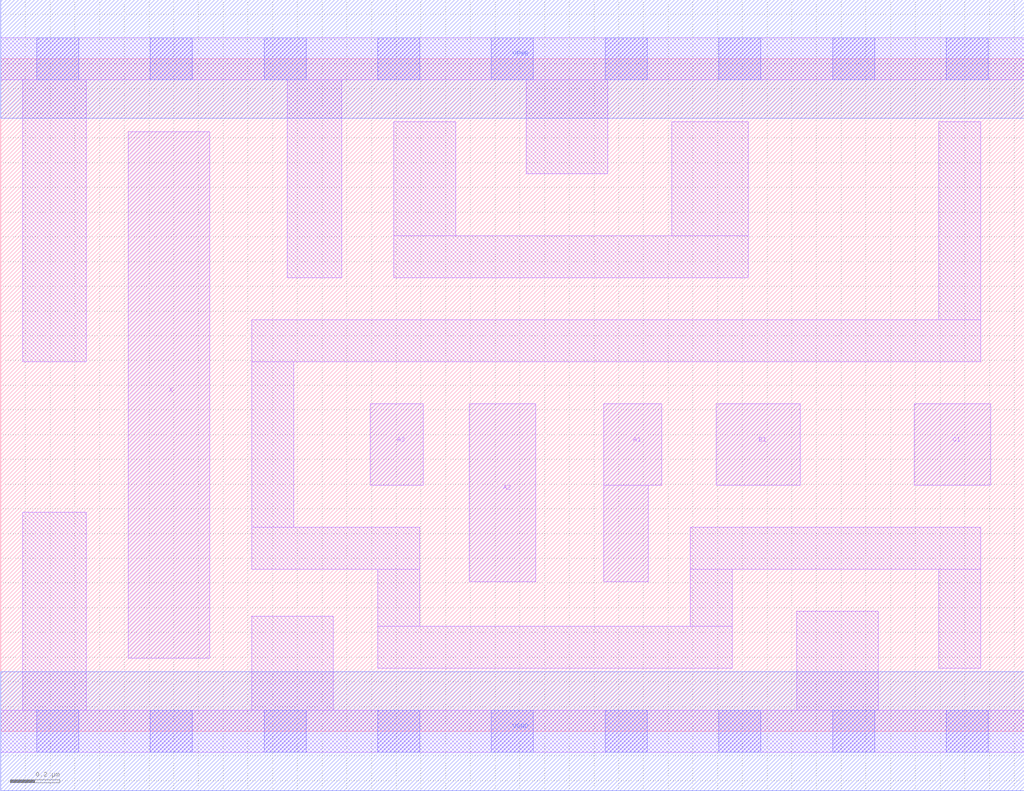
<source format=lef>
# Copyright 2020 The SkyWater PDK Authors
#
# Licensed under the Apache License, Version 2.0 (the "License");
# you may not use this file except in compliance with the License.
# You may obtain a copy of the License at
#
#     https://www.apache.org/licenses/LICENSE-2.0
#
# Unless required by applicable law or agreed to in writing, software
# distributed under the License is distributed on an "AS IS" BASIS,
# WITHOUT WARRANTIES OR CONDITIONS OF ANY KIND, either express or implied.
# See the License for the specific language governing permissions and
# limitations under the License.
#
# SPDX-License-Identifier: Apache-2.0

VERSION 5.7 ;
  NAMESCASESENSITIVE ON ;
  NOWIREEXTENSIONATPIN ON ;
  DIVIDERCHAR "/" ;
  BUSBITCHARS "[]" ;
UNITS
  DATABASE MICRONS 200 ;
END UNITS
MACRO sky130_fd_sc_hd__a311o_2
  CLASS CORE ;
  FOREIGN sky130_fd_sc_hd__a311o_2 ;
  ORIGIN  0.000000  0.000000 ;
  SIZE  4.140000 BY  2.720000 ;
  SYMMETRY X Y R90 ;
  SITE unithd ;
  PIN A1
    ANTENNAGATEAREA  0.247500 ;
    DIRECTION INPUT ;
    USE SIGNAL ;
    PORT
      LAYER li1 ;
        RECT 2.440000 0.605000 2.620000 0.995000 ;
        RECT 2.440000 0.995000 2.675000 1.325000 ;
    END
  END A1
  PIN A2
    ANTENNAGATEAREA  0.247500 ;
    DIRECTION INPUT ;
    USE SIGNAL ;
    PORT
      LAYER li1 ;
        RECT 1.895000 0.605000 2.165000 1.325000 ;
    END
  END A2
  PIN A3
    ANTENNAGATEAREA  0.247500 ;
    DIRECTION INPUT ;
    USE SIGNAL ;
    PORT
      LAYER li1 ;
        RECT 1.495000 0.995000 1.710000 1.325000 ;
    END
  END A3
  PIN B1
    ANTENNAGATEAREA  0.247500 ;
    DIRECTION INPUT ;
    USE SIGNAL ;
    PORT
      LAYER li1 ;
        RECT 2.895000 0.995000 3.235000 1.325000 ;
    END
  END B1
  PIN C1
    ANTENNAGATEAREA  0.247500 ;
    DIRECTION INPUT ;
    USE SIGNAL ;
    PORT
      LAYER li1 ;
        RECT 3.695000 0.995000 4.005000 1.325000 ;
    END
  END C1
  PIN X
    ANTENNADIFFAREA  0.445500 ;
    DIRECTION OUTPUT ;
    USE SIGNAL ;
    PORT
      LAYER li1 ;
        RECT 0.515000 0.295000 0.845000 2.425000 ;
    END
  END X
  PIN VGND
    DIRECTION INOUT ;
    SHAPE ABUTMENT ;
    USE GROUND ;
    PORT
      LAYER met1 ;
        RECT 0.000000 -0.240000 4.140000 0.240000 ;
    END
  END VGND
  PIN VPWR
    DIRECTION INOUT ;
    SHAPE ABUTMENT ;
    USE POWER ;
    PORT
      LAYER met1 ;
        RECT 0.000000 2.480000 4.140000 2.960000 ;
    END
  END VPWR
  OBS
    LAYER li1 ;
      RECT 0.000000 -0.085000 4.140000 0.085000 ;
      RECT 0.000000  2.635000 4.140000 2.805000 ;
      RECT 0.090000  0.085000 0.345000 0.885000 ;
      RECT 0.090000  1.495000 0.345000 2.635000 ;
      RECT 1.015000  0.085000 1.345000 0.465000 ;
      RECT 1.015000  0.655000 1.695000 0.825000 ;
      RECT 1.015000  0.825000 1.185000 1.495000 ;
      RECT 1.015000  1.495000 3.965000 1.665000 ;
      RECT 1.160000  1.835000 1.380000 2.635000 ;
      RECT 1.525000  0.255000 2.960000 0.425000 ;
      RECT 1.525000  0.425000 1.695000 0.655000 ;
      RECT 1.590000  1.835000 3.025000 2.005000 ;
      RECT 1.590000  2.005000 1.840000 2.465000 ;
      RECT 2.125000  2.255000 2.455000 2.635000 ;
      RECT 2.715000  2.005000 3.025000 2.465000 ;
      RECT 2.790000  0.425000 2.960000 0.655000 ;
      RECT 2.790000  0.655000 3.965000 0.825000 ;
      RECT 3.220000  0.085000 3.550000 0.485000 ;
      RECT 3.795000  0.255000 3.965000 0.655000 ;
      RECT 3.795000  1.665000 3.965000 2.465000 ;
    LAYER mcon ;
      RECT 0.145000 -0.085000 0.315000 0.085000 ;
      RECT 0.145000  2.635000 0.315000 2.805000 ;
      RECT 0.605000 -0.085000 0.775000 0.085000 ;
      RECT 0.605000  2.635000 0.775000 2.805000 ;
      RECT 1.065000 -0.085000 1.235000 0.085000 ;
      RECT 1.065000  2.635000 1.235000 2.805000 ;
      RECT 1.525000 -0.085000 1.695000 0.085000 ;
      RECT 1.525000  2.635000 1.695000 2.805000 ;
      RECT 1.985000 -0.085000 2.155000 0.085000 ;
      RECT 1.985000  2.635000 2.155000 2.805000 ;
      RECT 2.445000 -0.085000 2.615000 0.085000 ;
      RECT 2.445000  2.635000 2.615000 2.805000 ;
      RECT 2.905000 -0.085000 3.075000 0.085000 ;
      RECT 2.905000  2.635000 3.075000 2.805000 ;
      RECT 3.365000 -0.085000 3.535000 0.085000 ;
      RECT 3.365000  2.635000 3.535000 2.805000 ;
      RECT 3.825000 -0.085000 3.995000 0.085000 ;
      RECT 3.825000  2.635000 3.995000 2.805000 ;
  END
END sky130_fd_sc_hd__a311o_2
END LIBRARY

</source>
